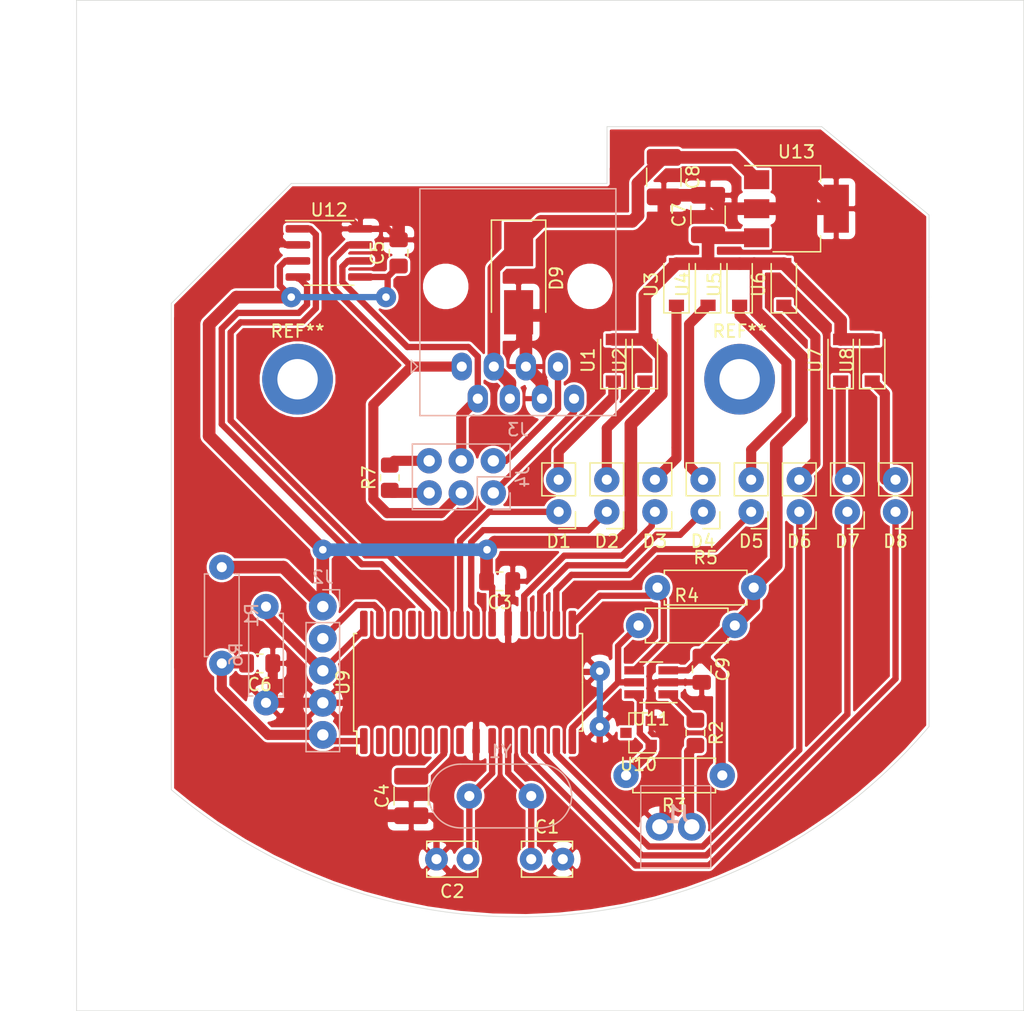
<source format=kicad_pcb>
(kicad_pcb (version 20171130) (host pcbnew 5.1.9)
  (layers (0 F.Cu signal) (31 B.Cu signal) (34 B.Paste user) (35 F.Paste user) (36 B.SilkS user) (37 F.SilkS user) (38 B.Mask user) (39 F.Mask user) (44 Edge.Cuts user))
  (net 0 "")
  (net 1 "Net-(C1-Pad1)")
  (net 2 GND)
  (net 3 "Net-(C2-Pad1)")
  (net 4 +5V)
  (net 5 "Net-(C4-Pad2)")
  (net 6 /MCLR)
  (net 7 "Net-(D1-Pad2)")
  (net 8 /N)
  (net 9 /NE)
  (net 10 "Net-(D2-Pad2)")
  (net 11 /E)
  (net 12 "Net-(D3-Pad2)")
  (net 13 /SE)
  (net 14 "Net-(D4-Pad2)")
  (net 15 "Net-(D5-Pad2)")
  (net 16 /S)
  (net 17 "Net-(D6-Pad2)")
  (net 18 /SW)
  (net 19 /W)
  (net 20 "Net-(D7-Pad2)")
  (net 21 "Net-(D8-Pad2)")
  (net 22 /NW)
  (net 23 "Net-(J1-Pad1)")
  (net 24 /PGC)
  (net 25 /PGD)
  (net 26 "Net-(J3-Pad7)")
  (net 27 "Net-(J3-Pad8)")
  (net 28 "Net-(J4-Pad5)")
  (net 29 "Net-(J4-Pad6)")
  (net 30 "Net-(R2-Pad1)")
  (net 31 "Net-(R3-Pad2)")
  (net 32 "Net-(U9-Pad2)")
  (net 33 "Net-(U9-Pad3)")
  (net 34 "Net-(U9-Pad4)")
  (net 35 "Net-(U9-Pad5)")
  (net 36 "Net-(U9-Pad7)")
  (net 37 "Net-(U9-Pad25)")
  (net 38 "Net-(U9-Pad26)")
  (net 39 /+12V)
  (net 40 /CANTX)
  (net 41 /CANRX)
  (net 42 /SCL)
  (net 43 /SDA)
  (net 44 /CANL)
  (net 45 /CANH)
  (module local:via_soldered (layer F.Cu) (at 89.19 97.98)
    (fp_text reference "" hide)
    (fp_text value "" hide)
    (pad "" thru_hole circle (at 38.31 4.52) (size 1.6 1.6) (drill 0.6) (layers *.Cu *.Mask) (net 4 +5V))
  )
  (module local:via_soldered (layer F.Cu) (at 114.5 102.5)
    (fp_text reference "" hide)
    (fp_text value "" hide)
    (pad "" thru_hole circle (at 0 0) (size 1.6 1.6) (drill 0.6) (layers *.Cu *.Mask) (net 4 +5V))
  )
  (module local:via_soldered (layer F.Cu) (at 136.43 112.114)
    (fp_text reference "" hide)
    (fp_text value "" hide)
    (pad "" thru_hole circle (at 0 0) (size 1.6 1.6) (drill 0.6) (layers *.Cu *.Mask) (net 2 GND))
  )
  (module local:via_soldered (layer F.Cu) (at 136.424305 116.506305)
    (fp_text reference "" hide)
    (fp_text value "" hide)
    (pad "" thru_hole circle (at 0 0) (size 1.6 1.6) (drill 0.6) (layers *.Cu *.Mask) (net 2 GND))
  )
  (module local:via_soldered (layer F.Cu) (at 112 82.5)
    (fp_text reference "" hide)
    (fp_text value "" hide)
    (pad "" thru_hole circle (at 0 0) (size 1.6 1.6) (drill 0.6) (layers *.Cu *.Mask) (net 4 +5V))
  )
  (module local:via_soldered (layer F.Cu) (at 119.5 82.5)
    (fp_text reference "" hide)
    (fp_text value "" hide)
    (pad "" thru_hole circle (at 0 0) (size 1.6 1.6) (drill 0.6) (layers *.Cu *.Mask) (net 4 +5V))
  )
  (module te:282834-2_1 (layer B.Cu) (at 143.716 124.433 180)
    (fp_text reference J1 (at 1.016 0.976) (layer B.SilkS) (effects (font (size 1.27 1.27) (thickness 0.254)) (justify mirror)))
    (fp_text value anemo hide)
    (pad 2 thru_hole circle (at 2.54 0 180) (size 2.2 2.2) (drill 1.2) (layers *.Cu *.Mask) (net 2 GND))
    (pad 1 thru_hole circle (at 0 0 180) (size 2.2 2.2) (drill 1.2) (layers *.Cu *.Mask) (net 23 "Net-(J1-Pad1)"))
  )
  (module Resistor_SMD:R_0805_2012Metric_Pad1.20x1.40mm_HandSolder (layer F.Cu) (at 119.8 96.8 90)
    (fp_text reference R7 (at 0 -1.65 90) (layer F.SilkS))
    (fp_text value 100)
    (pad 1 smd roundrect (at -1 0 90) (size 1.2 1.4) (layers F.Cu F.Paste F.Mask) (roundrect_rratio 0.2083325) (net 28 "Net-(J4-Pad5)"))
    (pad 2 smd roundrect (at 1 0 90) (size 1.2 1.4) (layers F.Cu F.Paste F.Mask) (roundrect_rratio 0.2083325) (net 29 "Net-(J4-Pad6)"))
  )
  (module Capacitor_SMD:C_1210_3225Metric_Pad1.33x2.70mm_HandSolder (layer F.Cu) (at 141.5 73 270)
    (fp_text reference C8 (at 0 -2.3 90) (layer F.SilkS))
    (fp_text value 10uF)
    (pad 2 smd roundrect (at 1.5625 0 270) (size 1.325 2.7) (layers F.Cu F.Paste F.Mask) (roundrect_rratio 0.1886769811320755) (net 2 GND))
    (pad 1 smd roundrect (at -1.5625 0 270) (size 1.325 2.7) (layers F.Cu F.Paste F.Mask) (roundrect_rratio 0.1886769811320755) (net 39 /+12V))
  )
  (module Diode_SMD:D_SMB_Handsoldering (layer F.Cu) (at 130 81 270)
    (fp_text reference D9 (at 0 -3 90) (layer F.SilkS))
    (fp_text value SMBJ16A)
    (pad 2 smd rect (at 2.7 0 270) (size 3.5 2.3) (layers F.Cu F.Paste F.Mask) (net 2 GND))
    (pad 1 smd rect (at -2.7 0 270) (size 3.5 2.3) (layers F.Cu F.Paste F.Mask) (net 39 /+12V))
  )
  (module Package_TO_SOT_SMD:SOT-223-3_TabPin2 (layer F.Cu) (at 152 75.5)
    (fp_text reference U13 (at 0 -4.5) (layer F.SilkS))
    (fp_text value uA7805)
    (pad 2 smd rect (at 3.15 0) (size 2 3.8) (layers F.Cu F.Paste F.Mask) (net 2 GND))
    (pad 2 smd rect (at -3.15 0) (size 2 1.5) (layers F.Cu F.Paste F.Mask) (net 2 GND))
    (pad 3 smd rect (at -3.15 2.3) (size 2 1.5) (layers F.Cu F.Paste F.Mask) (net 4 +5V))
    (pad 1 smd rect (at -3.15 -2.3) (size 2 1.5) (layers F.Cu F.Paste F.Mask) (net 39 /+12V))
  )
  (module Resistor_THT:R_Axial_DIN0207_L6.3mm_D2.5mm_P7.62mm_Horizontal (layer F.Cu) (at 141 105.5)
    (fp_text reference R5 (at 3.81 -2.37) (layer F.SilkS))
    (fp_text value 4K7)
    (pad 1 thru_hole circle (at 0 0) (size 2 2) (drill 0.8) (layers *.Cu *.Mask) (net 43 /SDA))
    (pad 2 thru_hole circle (at 7.62 0) (size 2 2) (drill 0.8) (layers *.Cu *.Mask) (net 4 +5V))
  )
  (module Resistor_SMD:R_0805_2012Metric_Pad1.20x1.40mm_HandSolder (layer F.Cu) (at 144 117 270)
    (fp_text reference R2 (at 0 -1.65 90) (layer F.SilkS))
    (fp_text value 1K74)
    (pad 2 smd roundrect (at 1 0 270) (size 1.2 1.4) (layers F.Cu F.Paste F.Mask) (roundrect_rratio 0.2083325) (net 23 "Net-(J1-Pad1)"))
    (pad 1 smd roundrect (at -1 0 270) (size 1.2 1.4) (layers F.Cu F.Paste F.Mask) (roundrect_rratio 0.2083325) (net 30 "Net-(R2-Pad1)"))
  )
  (module Capacitor_SMD:C_0805_2012Metric_Pad1.18x1.45mm_HandSolder (layer F.Cu) (at 144.5 111.9625 270)
    (fp_text reference C9 (at 0 -1.68 90) (layer F.SilkS))
    (fp_text value 100nF)
    (pad 2 smd roundrect (at 1.0375 0 270) (size 1.175 1.45) (layers F.Cu F.Paste F.Mask) (roundrect_rratio 0.2127659574468085) (net 2 GND))
    (pad 1 smd roundrect (at -1.0375 0 270) (size 1.175 1.45) (layers F.Cu F.Paste F.Mask) (roundrect_rratio 0.2127659574468085) (net 4 +5V))
  )
  (module Connector_PinHeader_2.54mm:PinHeader_1x05_P2.54mm_Vertical (layer B.Cu) (at 114.5 107 180)
    (fp_text reference J2 (at 0 2.33) (layer B.SilkS) (effects (justify mirror)))
    (fp_text value Conn_01x05_Male)
    (pad 5 thru_hole circle (at 0 -10.16 180) (size 2.2 2.2) (drill 0.9) (layers *.Cu *.Mask) (net 6 /MCLR))
    (pad 4 thru_hole circle (at 0 -7.62 180) (size 2.2 2.2) (drill 0.9) (layers *.Cu *.Mask) (net 2 GND))
    (pad 3 thru_hole circle (at 0 -5.08 180) (size 2.2 2.2) (drill 0.9) (layers *.Cu *.Mask) (net 25 /PGD))
    (pad 2 thru_hole circle (at 0 -2.54 180) (size 2.2 2.2) (drill 0.9) (layers *.Cu *.Mask) (net 24 /PGC))
    (pad 1 thru_hole circle (at 0 0 180) (size 2.2 2.2) (drill 0.9) (layers *.Cu *.Mask) (net 4 +5V))
  )
  (module MountingHole:MountingHole_3.2mm_M3_DIN965_Pad (layer F.Cu) (at 147.5 89)
    (fp_text reference REF** (at 0 -3.8) (layer F.SilkS))
    (fp_text value MountingHole_3.2mm_M3_DIN965_Pad)
    (pad 1 thru_hole circle (at 0 0) (size 5.6 5.6) (drill 3.2) (layers *.Cu *.Mask))
  )
  (module MountingHole:MountingHole_3.2mm_M3_DIN965_Pad (layer F.Cu) (at 112.5 89)
    (fp_text reference REF** (at 0 -3.8) (layer F.SilkS))
    (fp_text value MountingHole_3.2mm_M3_DIN965_Pad)
    (pad 1 thru_hole circle (at 0 0) (size 5.6 5.6) (drill 3.2) (layers *.Cu *.Mask))
  )
  (module Capacitor_THT:C_Disc_D3.8mm_W2.6mm_P2.50mm (layer F.Cu) (at 131 127)
    (fp_text reference C1 (at 1.25 -2.55) (layer F.SilkS))
    (fp_text value 22pF)
    (pad 1 thru_hole circle (at 0 0) (size 1.8 1.8) (drill 0.8) (layers *.Cu *.Mask) (net 1 "Net-(C1-Pad1)"))
    (pad 2 thru_hole circle (at 2.5 0) (size 1.8 1.8) (drill 0.8) (layers *.Cu *.Mask) (net 2 GND))
  )
  (module Capacitor_THT:C_Disc_D3.8mm_W2.6mm_P2.50mm (layer F.Cu) (at 126 127 180)
    (fp_text reference C2 (at 1.25 -2.55) (layer F.SilkS))
    (fp_text value 22pF)
    (pad 2 thru_hole circle (at 2.5 0 180) (size 1.8 1.8) (drill 0.8) (layers *.Cu *.Mask) (net 2 GND))
    (pad 1 thru_hole circle (at 0 0 180) (size 1.8 1.8) (drill 0.8) (layers *.Cu *.Mask) (net 3 "Net-(C2-Pad1)"))
  )
  (module Capacitor_SMD:C_0805_2012Metric_Pad1.18x1.45mm_HandSolder (layer F.Cu) (at 128.5 105 180)
    (fp_text reference C3 (at 0 -1.68) (layer F.SilkS))
    (fp_text value 100nF)
    (pad 2 smd roundrect (at 1.0375 0 180) (size 1.175 1.45) (layers F.Cu F.Paste F.Mask) (roundrect_rratio 0.2127659574468085) (net 4 +5V))
    (pad 1 smd roundrect (at -1.0375 0 180) (size 1.175 1.45) (layers F.Cu F.Paste F.Mask) (roundrect_rratio 0.2127659574468085) (net 2 GND))
  )
  (module Capacitor_SMD:C_1210_3225Metric_Pad1.33x2.70mm_HandSolder (layer F.Cu) (at 121.5 122 90)
    (fp_text reference C4 (at 0 -2.3 90) (layer F.SilkS))
    (fp_text value 10uF)
    (pad 1 smd roundrect (at -1.5625 0 90) (size 1.325 2.7) (layers F.Cu F.Paste F.Mask) (roundrect_rratio 0.1886769811320755) (net 2 GND))
    (pad 2 smd roundrect (at 1.5625 0 90) (size 1.325 2.7) (layers F.Cu F.Paste F.Mask) (roundrect_rratio 0.1886769811320755) (net 5 "Net-(C4-Pad2)"))
  )
  (module Capacitor_SMD:C_0805_2012Metric_Pad1.18x1.45mm_HandSolder (layer F.Cu) (at 120.5 79 90)
    (fp_text reference C5 (at 0 -1.68 90) (layer F.SilkS))
    (fp_text value 100nF)
    (pad 1 smd roundrect (at -1.0375 0 90) (size 1.175 1.45) (layers F.Cu F.Paste F.Mask) (roundrect_rratio 0.2127659574468085) (net 4 +5V))
    (pad 2 smd roundrect (at 1.0375 0 90) (size 1.175 1.45) (layers F.Cu F.Paste F.Mask) (roundrect_rratio 0.2127659574468085) (net 2 GND))
  )
  (module Capacitor_SMD:C_0805_2012Metric_Pad1.18x1.45mm_HandSolder (layer F.Cu) (at 109.5 111.5 180)
    (fp_text reference C6 (at 0 -1.68) (layer F.SilkS))
    (fp_text value 100nF)
    (pad 1 smd roundrect (at -1.0375 0 180) (size 1.175 1.45) (layers F.Cu F.Paste F.Mask) (roundrect_rratio 0.2127659574468085) (net 2 GND))
    (pad 2 smd roundrect (at 1.0375 0 180) (size 1.175 1.45) (layers F.Cu F.Paste F.Mask) (roundrect_rratio 0.2127659574468085) (net 6 /MCLR))
  )
  (module Capacitor_SMD:C_1210_3225Metric_Pad1.33x2.70mm_HandSolder (layer F.Cu) (at 145 76 90)
    (fp_text reference C7 (at 0 -2.3 90) (layer F.SilkS))
    (fp_text value 10uF)
    (pad 1 smd roundrect (at -1.5625 0 90) (size 1.325 2.7) (layers F.Cu F.Paste F.Mask) (roundrect_rratio 0.1886769811320755) (net 4 +5V))
    (pad 2 smd roundrect (at 1.5625 0 90) (size 1.325 2.7) (layers F.Cu F.Paste F.Mask) (roundrect_rratio 0.1886769811320755) (net 2 GND))
  )
  (module Connector_PinHeader_2.54mm:PinHeader_1x02_P2.54mm_Vertical (layer F.Cu) (at 133.175 99.5 180)
    (fp_text reference D1 (at 0 -2.33) (layer F.SilkS))
    (fp_text value N)
    (pad 2 thru_hole circle (at 0 2.54 180) (size 2 2) (drill 0.8) (layers *.Cu *.Mask) (net 7 "Net-(D1-Pad2)"))
    (pad 1 thru_hole circle (at 0 0 180) (size 2 2) (drill 0.8) (layers *.Cu *.Mask) (net 8 /N))
  )
  (module Connector_PinHeader_2.54mm:PinHeader_1x02_P2.54mm_Vertical (layer F.Cu) (at 136.985 99.5 180)
    (fp_text reference D2 (at 0 -2.33) (layer F.SilkS))
    (fp_text value NE)
    (pad 1 thru_hole circle (at 0 0 180) (size 2 2) (drill 0.8) (layers *.Cu *.Mask) (net 9 /NE))
    (pad 2 thru_hole circle (at 0 2.54 180) (size 2 2) (drill 0.8) (layers *.Cu *.Mask) (net 10 "Net-(D2-Pad2)"))
  )
  (module Connector_PinHeader_2.54mm:PinHeader_1x02_P2.54mm_Vertical (layer F.Cu) (at 140.795 99.5 180)
    (fp_text reference D3 (at 0 -2.33) (layer F.SilkS))
    (fp_text value E)
    (pad 1 thru_hole circle (at 0 0 180) (size 2 2) (drill 0.8) (layers *.Cu *.Mask) (net 11 /E))
    (pad 2 thru_hole circle (at 0 2.54 180) (size 2 2) (drill 0.8) (layers *.Cu *.Mask) (net 12 "Net-(D3-Pad2)"))
  )
  (module Connector_PinHeader_2.54mm:PinHeader_1x02_P2.54mm_Vertical (layer F.Cu) (at 144.605 99.5 180)
    (fp_text reference D4 (at 0 -2.33) (layer F.SilkS))
    (fp_text value SE)
    (pad 1 thru_hole circle (at 0 0 180) (size 2 2) (drill 0.8) (layers *.Cu *.Mask) (net 13 /SE))
    (pad 2 thru_hole circle (at 0 2.54 180) (size 2 2) (drill 0.8) (layers *.Cu *.Mask) (net 14 "Net-(D4-Pad2)"))
  )
  (module Connector_PinHeader_2.54mm:PinHeader_1x02_P2.54mm_Vertical (layer F.Cu) (at 148.415 99.5 180)
    (fp_text reference D5 (at 0 -2.33) (layer F.SilkS))
    (fp_text value S)
    (pad 2 thru_hole circle (at 0 2.54 180) (size 2 2) (drill 0.8) (layers *.Cu *.Mask) (net 15 "Net-(D5-Pad2)"))
    (pad 1 thru_hole circle (at 0 0 180) (size 2 2) (drill 0.8) (layers *.Cu *.Mask) (net 16 /S))
  )
  (module Connector_PinHeader_2.54mm:PinHeader_1x02_P2.54mm_Vertical (layer F.Cu) (at 152.225 99.5 180)
    (fp_text reference D6 (at 0 -2.33) (layer F.SilkS))
    (fp_text value SW)
    (pad 2 thru_hole circle (at 0 2.54 180) (size 2 2) (drill 0.8) (layers *.Cu *.Mask) (net 17 "Net-(D6-Pad2)"))
    (pad 1 thru_hole circle (at 0 0 180) (size 2 2) (drill 0.8) (layers *.Cu *.Mask) (net 18 /SW))
  )
  (module Connector_PinHeader_2.54mm:PinHeader_1x02_P2.54mm_Vertical (layer F.Cu) (at 156.035 99.5 180)
    (fp_text reference D7 (at 0 -2.33) (layer F.SilkS))
    (fp_text value W)
    (pad 1 thru_hole circle (at 0 0 180) (size 2 2) (drill 0.8) (layers *.Cu *.Mask) (net 19 /W))
    (pad 2 thru_hole circle (at 0 2.54 180) (size 2 2) (drill 0.8) (layers *.Cu *.Mask) (net 20 "Net-(D7-Pad2)"))
  )
  (module Connector_PinHeader_2.54mm:PinHeader_1x02_P2.54mm_Vertical (layer F.Cu) (at 159.845 99.5 180)
    (fp_text reference D8 (at 0 -2.33) (layer F.SilkS))
    (fp_text value NW)
    (pad 2 thru_hole circle (at 0 2.54 180) (size 2 2) (drill 0.8) (layers *.Cu *.Mask) (net 21 "Net-(D8-Pad2)"))
    (pad 1 thru_hole circle (at 0 0 180) (size 2 2) (drill 0.8) (layers *.Cu *.Mask) (net 22 /NW))
  )
  (module Connector_RJ:RJ45_Amphenol_54602-x08_Horizontal (layer B.Cu) (at 125.5 88)
    (fp_text reference J3 (at 4.445 5) (layer B.SilkS) (effects (justify mirror)))
    (fp_text value RJ45)
    (pad 8 thru_hole oval (at 8.89 2.54) (size 1.6 2.2) (drill 0.8) (layers *.Cu *.Mask) (net 27 "Net-(J3-Pad8)"))
    (pad 7 thru_hole oval (at 7.62 0) (size 1.6 2.2) (drill 0.8) (layers *.Cu *.Mask) (net 26 "Net-(J3-Pad7)"))
    (pad 6 thru_hole oval (at 6.35 2.54) (size 1.6 2.2) (drill 0.8) (layers *.Cu *.Mask) (net 2 GND))
    (pad 5 thru_hole oval (at 5.08 0) (size 1.6 2.2) (drill 0.8) (layers *.Cu *.Mask) (net 2 GND))
    (pad 4 thru_hole oval (at 3.81 2.54) (size 1.6 2.2) (drill 0.8) (layers *.Cu *.Mask) (net 39 /+12V))
    (pad 3 thru_hole oval (at 2.54 0) (size 1.6 2.2) (drill 0.8) (layers *.Cu *.Mask) (net 39 /+12V))
    (pad 2 thru_hole oval (at 1.27 2.54) (size 1.6 2.2) (drill 0.8) (layers *.Cu *.Mask) (net 44 /CANL))
    (pad 1 thru_hole oval (at 0 0) (size 1.6 2.2) (drill 0.8) (layers *.Cu *.Mask) (net 45 /CANH))
    (pad "" np_thru_hole circle (at -1.27 -6.35) (size 3.2 3.2) (drill 3.2) (layers *.Cu *.Mask))
    (pad "" np_thru_hole circle (at 10.16 -6.35) (size 3.2 3.2) (drill 3.2) (layers *.Cu *.Mask))
  )
  (module Connector_PinHeader_2.54mm:PinHeader_2x03_P2.54mm_Vertical (layer B.Cu) (at 128 98 90)
    (fp_text reference J4 (at 1.27 2.33 90) (layer B.SilkS) (effects (justify mirror)))
    (fp_text value Term_sel)
    (pad 1 thru_hole circle (at 0 0 90) (size 2 2) (drill 0.9) (layers *.Cu *.Mask) (net 27 "Net-(J3-Pad8)"))
    (pad 2 thru_hole circle (at 2.54 0 90) (size 2 2) (drill 0.9) (layers *.Cu *.Mask) (net 26 "Net-(J3-Pad7)"))
    (pad 3 thru_hole circle (at 0 -2.54 90) (size 2 2) (drill 0.9) (layers *.Cu *.Mask) (net 45 /CANH))
    (pad 4 thru_hole circle (at 2.54 -2.54 90) (size 2 2) (drill 0.9) (layers *.Cu *.Mask) (net 44 /CANL))
    (pad 5 thru_hole circle (at 0 -5.08 90) (size 2 2) (drill 0.9) (layers *.Cu *.Mask) (net 28 "Net-(J4-Pad5)"))
    (pad 6 thru_hole circle (at 2.54 -5.08 90) (size 2 2) (drill 0.9) (layers *.Cu *.Mask) (net 29 "Net-(J4-Pad6)"))
  )
  (module Resistor_THT:R_Axial_DIN0207_L6.3mm_D2.5mm_P7.62mm_Horizontal (layer B.Cu) (at 106.5 111.5 90)
    (fp_text reference R1 (at 3.81 2.37 270) (layer B.SilkS) (effects (justify mirror)))
    (fp_text value 10K)
    (pad 1 thru_hole circle (at 0 0 90) (size 2 2) (drill 0.8) (layers *.Cu *.Mask) (net 6 /MCLR))
    (pad 2 thru_hole circle (at 7.62 0 90) (size 2 2) (drill 0.8) (layers *.Cu *.Mask) (net 4 +5V))
  )
  (module Resistor_THT:R_Axial_DIN0207_L6.3mm_D2.5mm_P7.62mm_Horizontal (layer F.Cu) (at 146.129 120.369 180)
    (fp_text reference R3 (at 3.81 -2.37) (layer F.SilkS))
    (fp_text value 4K7)
    (pad 1 thru_hole circle (at 0 0 180) (size 2 2) (drill 0.8) (layers *.Cu *.Mask) (net 4 +5V))
    (pad 2 thru_hole circle (at 7.62 0 180) (size 2 2) (drill 0.8) (layers *.Cu *.Mask) (net 31 "Net-(R3-Pad2)"))
  )
  (module Resistor_THT:R_Axial_DIN0207_L6.3mm_D2.5mm_P7.62mm_Horizontal (layer F.Cu) (at 139.5 108.5)
    (fp_text reference R4 (at 3.81 -2.37) (layer F.SilkS))
    (fp_text value 4K7)
    (pad 2 thru_hole circle (at 7.62 0) (size 2 2) (drill 0.8) (layers *.Cu *.Mask) (net 4 +5V))
    (pad 1 thru_hole circle (at 0 0) (size 2 2) (drill 0.8) (layers *.Cu *.Mask) (net 42 /SCL))
  )
  (module Resistor_THT:R_Axial_DIN0207_L6.3mm_D2.5mm_P7.62mm_Horizontal (layer B.Cu) (at 110 107 270)
    (fp_text reference R6 (at 3.81 2.37 270) (layer B.SilkS) (effects (justify mirror)))
    (fp_text value 10K)
    (pad 2 thru_hole circle (at 7.62 0 270) (size 2 2) (drill 0.8) (layers *.Cu *.Mask) (net 2 GND))
    (pad 1 thru_hole circle (at 0 0 270) (size 2 2) (drill 0.8) (layers *.Cu *.Mask) (net 25 /PGD))
  )
  (module Diode_SMD:D_SOD-123 (layer F.Cu) (at 137.5 87.5 90)
    (fp_text reference U1 (at 0 -2 90) (layer F.SilkS))
    (fp_text value NSI45020T1G)
    (pad 1 smd rect (at -1.65 0 90) (size 0.9 1.2) (layers F.Cu F.Paste F.Mask) (net 7 "Net-(D1-Pad2)"))
    (pad 2 smd rect (at 1.65 0 90) (size 0.9 1.2) (layers F.Cu F.Paste F.Mask) (net 4 +5V))
  )
  (module Diode_SMD:D_SOD-123 (layer F.Cu) (at 140 87.5 90)
    (fp_text reference U2 (at 0 -2 90) (layer F.SilkS))
    (fp_text value NSI45020T1G)
    (pad 2 smd rect (at 1.65 0 90) (size 0.9 1.2) (layers F.Cu F.Paste F.Mask) (net 4 +5V))
    (pad 1 smd rect (at -1.65 0 90) (size 0.9 1.2) (layers F.Cu F.Paste F.Mask) (net 10 "Net-(D2-Pad2)"))
  )
  (module Diode_SMD:D_SOD-123 (layer F.Cu) (at 142.5 81.5 90)
    (fp_text reference U3 (at 0 -2 90) (layer F.SilkS))
    (fp_text value NSI45020T1G)
    (pad 1 smd rect (at -1.65 0 90) (size 0.9 1.2) (layers F.Cu F.Paste F.Mask) (net 12 "Net-(D3-Pad2)"))
    (pad 2 smd rect (at 1.65 0 90) (size 0.9 1.2) (layers F.Cu F.Paste F.Mask) (net 4 +5V))
  )
  (module Diode_SMD:D_SOD-123 (layer F.Cu) (at 145 81.5 90)
    (fp_text reference U4 (at 0 -2 90) (layer F.SilkS))
    (fp_text value NSI45020T1G)
    (pad 2 smd rect (at 1.65 0 90) (size 0.9 1.2) (layers F.Cu F.Paste F.Mask) (net 4 +5V))
    (pad 1 smd rect (at -1.65 0 90) (size 0.9 1.2) (layers F.Cu F.Paste F.Mask) (net 14 "Net-(D4-Pad2)"))
  )
  (module Diode_SMD:D_SOD-123 (layer F.Cu) (at 147.5 81.5 90)
    (fp_text reference U5 (at 0 -2 90) (layer F.SilkS))
    (fp_text value NSI45020T1G)
    (pad 1 smd rect (at -1.65 0 90) (size 0.9 1.2) (layers F.Cu F.Paste F.Mask) (net 15 "Net-(D5-Pad2)"))
    (pad 2 smd rect (at 1.65 0 90) (size 0.9 1.2) (layers F.Cu F.Paste F.Mask) (net 4 +5V))
  )
  (module Diode_SMD:D_SOD-123 (layer F.Cu) (at 151 81.5 90)
    (fp_text reference U6 (at 0 -2 90) (layer F.SilkS))
    (fp_text value NSI45020T1G)
    (pad 2 smd rect (at 1.65 0 90) (size 0.9 1.2) (layers F.Cu F.Paste F.Mask) (net 4 +5V))
    (pad 1 smd rect (at -1.65 0 90) (size 0.9 1.2) (layers F.Cu F.Paste F.Mask) (net 17 "Net-(D6-Pad2)"))
  )
  (module Diode_SMD:D_SOD-123 (layer F.Cu) (at 155.5 87.5 90)
    (fp_text reference U7 (at 0 -2 90) (layer F.SilkS))
    (fp_text value NSI45020T1G)
    (pad 1 smd rect (at -1.65 0 90) (size 0.9 1.2) (layers F.Cu F.Paste F.Mask) (net 20 "Net-(D7-Pad2)"))
    (pad 2 smd rect (at 1.65 0 90) (size 0.9 1.2) (layers F.Cu F.Paste F.Mask) (net 4 +5V))
  )
  (module Diode_SMD:D_SOD-123 (layer F.Cu) (at 158 87.5 90)
    (fp_text reference U8 (at 0 -2 90) (layer F.SilkS))
    (fp_text value NSI45020T1G)
    (pad 2 smd rect (at 1.65 0 90) (size 0.9 1.2) (layers F.Cu F.Paste F.Mask) (net 4 +5V))
    (pad 1 smd rect (at -1.65 0 90) (size 0.9 1.2) (layers F.Cu F.Paste F.Mask) (net 21 "Net-(D8-Pad2)"))
  )
  (module Package_SO:SOIC-28W_7.5x17.9mm_P1.27mm (layer F.Cu) (at 126 113 90)
    (fp_text reference U9 (at 0 -9.9 90) (layer F.SilkS))
    (fp_text value PIC18F26K80_ISS)
    (pad 1 smd roundrect (at -4.65 -8.255 90) (size 2.05 0.6) (layers F.Cu F.Paste F.Mask) (net 6 /MCLR))
    (pad 2 smd roundrect (at -4.65 -6.985 90) (size 2.05 0.6) (layers F.Cu F.Paste F.Mask) (net 32 "Net-(U9-Pad2)"))
    (pad 3 smd roundrect (at -4.65 -5.715 90) (size 2.05 0.6) (layers F.Cu F.Paste F.Mask) (net 33 "Net-(U9-Pad3)"))
    (pad 4 smd roundrect (at -4.65 -4.445 90) (size 2.05 0.6) (layers F.Cu F.Paste F.Mask) (net 34 "Net-(U9-Pad4)"))
    (pad 5 smd roundrect (at -4.65 -3.175 90) (size 2.05 0.6) (layers F.Cu F.Paste F.Mask) (net 35 "Net-(U9-Pad5)"))
    (pad 6 smd roundrect (at -4.65 -1.905 90) (size 2.05 0.6) (layers F.Cu F.Paste F.Mask) (net 5 "Net-(C4-Pad2)"))
    (pad 7 smd roundrect (at -4.65 -0.635 90) (size 2.05 0.6) (layers F.Cu F.Paste F.Mask) (net 36 "Net-(U9-Pad7)"))
    (pad 8 smd roundrect (at -4.65 0.635 90) (size 2.05 0.6) (layers F.Cu F.Paste F.Mask) (net 2 GND))
    (pad 9 smd roundrect (at -4.65 1.905 90) (size 2.05 0.6) (layers F.Cu F.Paste F.Mask) (net 3 "Net-(C2-Pad1)"))
    (pad 10 smd roundrect (at -4.65 3.175 90) (size 2.05 0.6) (layers F.Cu F.Paste F.Mask) (net 1 "Net-(C1-Pad1)"))
    (pad 11 smd roundrect (at -4.65 4.445 90) (size 2.05 0.6) (layers F.Cu F.Paste F.Mask) (net 22 /NW))
    (pad 12 smd roundrect (at -4.65 5.715 90) (size 2.05 0.6) (layers F.Cu F.Paste F.Mask) (net 19 /W))
    (pad 13 smd roundrect (at -4.65 6.985 90) (size 2.05 0.6) (layers F.Cu F.Paste F.Mask) (net 18 /SW))
    (pad 14 smd roundrect (at -4.65 8.255 90) (size 2.05 0.6) (layers F.Cu F.Paste F.Mask) (net 42 /SCL))
    (pad 15 smd roundrect (at 4.65 8.255 90) (size 2.05 0.6) (layers F.Cu F.Paste F.Mask) (net 43 /SDA))
    (pad 16 smd roundrect (at 4.65 6.985 90) (size 2.05 0.6) (layers F.Cu F.Paste F.Mask) (net 16 /S))
    (pad 17 smd roundrect (at 4.65 5.715 90) (size 2.05 0.6) (layers F.Cu F.Paste F.Mask) (net 13 /SE))
    (pad 18 smd roundrect (at 4.65 4.445 90) (size 2.05 0.6) (layers F.Cu F.Paste F.Mask) (net 11 /E))
    (pad 19 smd roundrect (at 4.65 3.175 90) (size 2.05 0.6) (layers F.Cu F.Paste F.Mask) (net 2 GND))
    (pad 20 smd roundrect (at 4.65 1.905 90) (size 2.05 0.6) (layers F.Cu F.Paste F.Mask) (net 4 +5V))
    (pad 21 smd roundrect (at 4.65 0.635 90) (size 2.05 0.6) (layers F.Cu F.Paste F.Mask) (net 9 /NE))
    (pad 22 smd roundrect (at 4.65 -0.635 90) (size 2.05 0.6) (layers F.Cu F.Paste F.Mask) (net 8 /N))
    (pad 23 smd roundrect (at 4.65 -1.905 90) (size 2.05 0.6) (layers F.Cu F.Paste F.Mask) (net 40 /CANTX))
    (pad 24 smd roundrect (at 4.65 -3.175 90) (size 2.05 0.6) (layers F.Cu F.Paste F.Mask) (net 41 /CANRX))
    (pad 25 smd roundrect (at 4.65 -4.445 90) (size 2.05 0.6) (layers F.Cu F.Paste F.Mask) (net 37 "Net-(U9-Pad25)"))
    (pad 26 smd roundrect (at 4.65 -5.715 90) (size 2.05 0.6) (layers F.Cu F.Paste F.Mask) (net 38 "Net-(U9-Pad26)"))
    (pad 27 smd roundrect (at 4.65 -6.985 90) (size 2.05 0.6) (layers F.Cu F.Paste F.Mask) (net 24 /PGC))
    (pad 28 smd roundrect (at 4.65 -8.255 90) (size 2.05 0.6) (layers F.Cu F.Paste F.Mask) (net 25 /PGD))
  )
  (module Package_TO_SOT_SMD:SOT-23 (layer F.Cu) (at 139.5 117 180)
    (fp_text reference U10 (at 0 -2.5) (layer F.SilkS))
    (fp_text value LM4040DBZ-2.0)
    (pad 3 smd rect (at 1 0 180) (size 0.9 0.8) (layers F.Cu F.Paste F.Mask))
    (pad 2 smd rect (at -1 0.95 180) (size 0.9 0.8) (layers F.Cu F.Paste F.Mask) (net 2 GND))
    (pad 1 smd rect (at -1 -0.95 180) (size 0.9 0.8) (layers F.Cu F.Paste F.Mask) (net 31 "Net-(R3-Pad2)"))
  )
  (module Package_TO_SOT_SMD:SOT-23-6_Handsoldering (layer F.Cu) (at 140.5 113 180)
    (fp_text reference U11 (at 0 -2.9) (layer F.SilkS))
    (fp_text value MCP4706)
    (pad 1 smd rect (at -1.35 -0.95 180) (size 1.56 0.65) (layers F.Cu F.Paste F.Mask) (net 30 "Net-(R2-Pad1)"))
    (pad 2 smd rect (at -1.35 0 180) (size 1.56 0.65) (layers F.Cu F.Paste F.Mask) (net 2 GND))
    (pad 3 smd rect (at -1.35 0.95 180) (size 1.56 0.65) (layers F.Cu F.Paste F.Mask) (net 4 +5V))
    (pad 4 smd rect (at 1.35 0.95 180) (size 1.56 0.65) (layers F.Cu F.Paste F.Mask) (net 43 /SDA))
    (pad 6 smd rect (at 1.35 -0.95 180) (size 1.56 0.65) (layers F.Cu F.Paste F.Mask) (net 31 "Net-(R3-Pad2)"))
    (pad 5 smd rect (at 1.35 0 180) (size 1.56 0.65) (layers F.Cu F.Paste F.Mask) (net 42 /SCL))
  )
  (module Package_SO:SOIC-8_3.9x4.9mm_P1.27mm (layer F.Cu) (at 115 79)
    (fp_text reference U12 (at 0 -3.4) (layer F.SilkS))
    (fp_text value MCP2542FDxMF)
    (pad 1 smd roundrect (at -2.475 -1.905) (size 1.95 0.6) (layers F.Cu F.Paste F.Mask) (net 40 /CANTX))
    (pad 2 smd roundrect (at -2.475 -0.635) (size 1.95 0.6) (layers F.Cu F.Paste F.Mask) (net 2 GND))
    (pad 3 smd roundrect (at -2.475 0.635) (size 1.95 0.6) (layers F.Cu F.Paste F.Mask) (net 4 +5V))
    (pad 4 smd roundrect (at -2.475 1.905) (size 1.95 0.6) (layers F.Cu F.Paste F.Mask) (net 41 /CANRX))
    (pad 5 smd roundrect (at 2.475 1.905) (size 1.95 0.6) (layers F.Cu F.Paste F.Mask) (net 4 +5V))
    (pad 6 smd roundrect (at 2.475 0.635) (size 1.95 0.6) (layers F.Cu F.Paste F.Mask) (net 44 /CANL))
    (pad 7 smd roundrect (at 2.475 -0.635) (size 1.95 0.6) (layers F.Cu F.Paste F.Mask) (net 45 /CANH))
    (pad 8 smd roundrect (at 2.475 -1.905) (size 1.95 0.6) (layers F.Cu F.Paste F.Mask) (net 2 GND))
  )
  (module Crystal:Crystal_HC18-U_Vertical (layer B.Cu) (at 131 122 180)
    (fp_text reference Y1 (at 2.45 3.525) (layer B.SilkS) (effects (justify mirror)))
    (fp_text value 10Mhz)
    (pad 1 thru_hole circle (at 0 0 180) (size 2 2) (drill 0.8) (layers *.Cu *.Mask) (net 1 "Net-(C1-Pad1)"))
    (pad 2 thru_hole circle (at 4.9 0 180) (size 2 2) (drill 0.8) (layers *.Cu *.Mask) (net 3 "Net-(C2-Pad1)"))
  )
  (gr_line (start 170 139) (end 170 69) (layer Edge.Cuts) (width 0.05))
  (gr_line (start 95 139) (end 170 139) (layer Edge.Cuts) (width 0.05))
  (gr_line (start 95 59) (end 95 139) (layer Edge.Cuts) (width 0.05))
  (gr_line (start 170 59) (end 95 59) (layer Edge.Cuts) (width 0.05))
  (gr_line (start 170 69) (end 170 59) (layer Edge.Cuts) (width 0.05))
  (gr_line (start 154 69) (end 162.5 76) (layer Edge.Cuts) (width 0.05))
  (gr_line (start 137 69) (end 154 69) (layer Edge.Cuts) (width 0.05))
  (gr_line (start 137 73.5) (end 137 69) (layer Edge.Cuts) (width 0.05))
  (gr_line (start 112 73.5) (end 137 73.5) (layer Edge.Cuts) (width 0.05))
  (gr_line (start 102.5 83) (end 112 73.5) (layer Edge.Cuts) (width 0.05))
  (gr_line (start 162.5 82.5) (end 162.5 76) (layer Edge.Cuts) (width 0.05))
  (gr_arc (start 130 89) (end 102.500001 121.499999) (angle -90) (layer Edge.Cuts) (width 0.05))
  (gr_line (start 102.5 83) (end 102.5 121.5) (layer Edge.Cuts) (width 0.05))
  (gr_line (start 162.5 116.5) (end 162.5 82.5) (layer Edge.Cuts) (width 0.05))
  (segment (start 129.175 120.175) (end 131 122) (width 0.5) (layer F.Cu) (net 1))
  (segment (start 129.175 117.65) (end 129.175 120.175) (width 0.5) (layer F.Cu) (net 1))
  (segment (start 131 122) (end 131 127) (width 0.5) (layer F.Cu) (net 1))
  (segment (start 131.85 89.27) (end 130.58 88) (width 1) (layer F.Cu) (net 2))
  (segment (start 131.85 90.54) (end 131.85 89.27) (width 1) (layer F.Cu) (net 2))
  (segment (start 119.6325 77.095) (end 120.5 77.9625) (width 0.5) (layer F.Cu) (net 2))
  (segment (start 117.475 77.095) (end 119.6325 77.095) (width 0.5) (layer F.Cu) (net 2))
  (segment (start 111.55 78.365) (end 112.525 78.365) (width 0.5) (layer F.Cu) (net 2))
  (segment (start 111.09999 77.91499) (end 111.55 78.365) (width 0.5) (layer F.Cu) (net 2))
  (segment (start 111.09999 76.696466) (end 111.09999 77.91499) (width 0.5) (layer F.Cu) (net 2))
  (segment (start 111.451466 76.34499) (end 111.09999 76.696466) (width 0.5) (layer F.Cu) (net 2))
  (segment (start 116.72499 76.34499) (end 111.451466 76.34499) (width 0.5) (layer F.Cu) (net 2))
  (segment (start 117.475 77.095) (end 116.72499 76.34499) (width 0.5) (layer F.Cu) (net 2))
  (segment (start 114.5 114.62) (end 110 114.62) (width 0.8) (layer F.Cu) (net 2))
  (segment (start 110.5375 114.0825) (end 110 114.62) (width 0.8) (layer F.Cu) (net 2))
  (segment (start 110.5375 111.5) (end 110.5375 114.0825) (width 0.8) (layer F.Cu) (net 2))
  (segment (start 126.635 117.046456) (end 126.635 117.65) (width 0.5) (layer F.Cu) (net 2))
  (segment (start 126.635 114.715) (end 129.175 112.175) (width 0.5) (layer F.Cu) (net 2))
  (segment (start 126.635 117.65) (end 126.635 114.715) (width 0.5) (layer F.Cu) (net 2))
  (segment (start 129.175 108.35) (end 129.175 112.175) (width 0.5) (layer F.Cu) (net 2))
  (segment (start 126.54 114.62) (end 126.635 114.715) (width 0.5) (layer F.Cu) (net 2))
  (segment (start 114.5 114.62) (end 126.54 114.62) (width 0.5) (layer F.Cu) (net 2))
  (segment (start 123.0625 123.5625) (end 123.5 124) (width 0.5) (layer F.Cu) (net 2))
  (segment (start 121.5 123.5625) (end 123.0625 123.5625) (width 0.5) (layer F.Cu) (net 2))
  (segment (start 123.5 124) (end 123.5 127) (width 0.5) (layer F.Cu) (net 2))
  (segment (start 129.175 105.3625) (end 129.5375 105) (width 0.5) (layer F.Cu) (net 2))
  (segment (start 129.175 108.35) (end 129.175 105.3625) (width 0.5) (layer F.Cu) (net 2))
  (segment (start 140.5 113.384998) (end 140.5 116.05) (width 0.5) (layer F.Cu) (net 2))
  (segment (start 140.884998 113) (end 140.5 113.384998) (width 0.5) (layer F.Cu) (net 2))
  (segment (start 141.85 113) (end 140.884998 113) (width 0.5) (layer F.Cu) (net 2))
  (segment (start 141.85 113) (end 144.5 113) (width 0.5) (layer F.Cu) (net 2))
  (segment (start 141.550001 123.909999) (end 141.46 124) (width 0.8) (layer F.Cu) (net 2))
  (segment (start 140.530002 116.05) (end 141.550001 117.069999) (width 0.8) (layer F.Cu) (net 2))
  (segment (start 140.5 116.05) (end 140.530002 116.05) (width 0.8) (layer F.Cu) (net 2))
  (segment (start 103.22501 111.76866) (end 103.22501 84.217892) (width 1) (layer F.Cu) (net 2))
  (segment (start 121.5 123.5625) (end 115.01885 123.5625) (width 1) (layer F.Cu) (net 2))
  (segment (start 115.01885 123.5625) (end 103.22501 111.76866) (width 1) (layer F.Cu) (net 2))
  (segment (start 148.85 75.5) (end 155.15 75.5) (width 1) (layer F.Cu) (net 2))
  (segment (start 119.971451 74.971451) (end 120.5 75.5) (width 1) (layer F.Cu) (net 2))
  (segment (start 112.471451 74.971451) (end 119.971451 74.971451) (width 1) (layer F.Cu) (net 2))
  (segment (start 120.5 77.9625) (end 120.5 75.5) (width 1) (layer F.Cu) (net 2))
  (segment (start 103.22501 84.217892) (end 112.471451 74.971451) (width 1) (layer F.Cu) (net 2))
  (segment (start 146.0625 75.5) (end 145 74.4375) (width 1) (layer F.Cu) (net 2))
  (segment (start 148.85 75.5) (end 146.0625 75.5) (width 1) (layer F.Cu) (net 2))
  (segment (start 141.625 74.4375) (end 141.5 74.5625) (width 1) (layer F.Cu) (net 2))
  (segment (start 145 74.4375) (end 141.625 74.4375) (width 1) (layer F.Cu) (net 2))
  (segment (start 141.5 74.5625) (end 141.5 78.231334) (width 1) (layer F.Cu) (net 2))
  (segment (start 136.553867 74.971451) (end 119.971451 74.971451) (width 1) (layer F.Cu) (net 2))
  (segment (start 137.72501 73.800308) (end 136.553867 74.971451) (width 1) (layer F.Cu) (net 2))
  (segment (start 137.72501 72.35647) (end 137.72501 73.800308) (width 1) (layer F.Cu) (net 2))
  (segment (start 140.00649 70.07499) (end 137.72501 72.35647) (width 1) (layer F.Cu) (net 2))
  (segment (start 155.15 75.5) (end 148.139998 75.5) (width 1) (layer F.Cu) (net 2))
  (segment (start 149.72499 70.07499) (end 155.15 75.5) (width 1) (layer F.Cu) (net 2))
  (segment (start 140.00649 70.07499) (end 149.72499 70.07499) (width 1) (layer F.Cu) (net 2))
  (segment (start 130.58 84.28) (end 130 83.7) (width 1) (layer F.Cu) (net 2))
  (segment (start 130.58 88) (end 130.58 84.28) (width 1) (layer F.Cu) (net 2))
  (segment (start 130.250001 83.950001) (end 130 83.7) (width 1) (layer F.Cu) (net 2))
  (segment (start 136.764001 83.950001) (end 130.250001 83.950001) (width 1) (layer F.Cu) (net 2))
  (segment (start 137.960001 82.754001) (end 136.764001 83.950001) (width 1) (layer F.Cu) (net 2))
  (segment (start 137.960001 81.771333) (end 137.960001 82.754001) (width 1) (layer F.Cu) (net 2))
  (segment (start 141.5 78.231334) (end 137.960001 81.771333) (width 1) (layer F.Cu) (net 2))
  (segment (start 132.13 128.37) (end 133.5 127) (width 0.5) (layer F.Cu) (net 2))
  (segment (start 123.5 127) (end 124.87 128.37) (width 0.5) (layer F.Cu) (net 2))
  (segment (start 124.87 128.37) (end 132.13 128.37) (width 0.5) (layer F.Cu) (net 2))
  (segment (start 123.5 122.496999) (end 123.5 124) (width 0.5) (layer F.Cu) (net 2))
  (segment (start 126.635 117.65) (end 126.635 119.361999) (width 0.5) (layer F.Cu) (net 2))
  (segment (start 126.635 119.361999) (end 123.5 122.496999) (width 0.5) (layer F.Cu) (net 2))
  (segment (start 129.175 112.175) (end 129.172 112.175) (width 0.5) (layer F.Cu) (net 2))
  (segment (start 129.175 112.175) (end 136.369 112.175) (width 0.5) (layer F.Cu) (net 2))
  (segment (start 136.369 112.175) (end 136.43 112.114) (width 0.5) (layer F.Cu) (net 2))
  (segment (start 136.43 112.114) (end 136.43 116.258) (width 0.5) (layer B.Cu) (net 2))
  (segment (start 136.43 116.258) (end 136.424305 116.263695) (width 0.5) (layer B.Cu) (net 2))
  (segment (start 136.424305 116.263695) (end 136.424305 116.506305) (width 0.5) (layer B.Cu) (net 2))
  (segment (start 141.359001 121.950001) (end 141.550001 121.759001) (width 0.5) (layer F.Cu) (net 2))
  (segment (start 137.683999 121.950001) (end 141.359001 121.950001) (width 0.5) (layer F.Cu) (net 2))
  (segment (start 136.424305 120.690307) (end 137.683999 121.950001) (width 0.5) (layer F.Cu) (net 2))
  (segment (start 136.424305 116.506305) (end 136.424305 120.690307) (width 0.5) (layer F.Cu) (net 2))
  (segment (start 141.550001 117.069999) (end 141.550001 121.759001) (width 0.8) (layer F.Cu) (net 2))
  (segment (start 141.550001 121.759001) (end 141.550001 123.909999) (width 0.8) (layer F.Cu) (net 2))
  (segment (start 127.905 120.195) (end 126.1 122) (width 0.5) (layer F.Cu) (net 3))
  (segment (start 127.905 117.65) (end 127.905 120.195) (width 0.5) (layer F.Cu) (net 3))
  (segment (start 126.1 126.9) (end 126 127) (width 0.5) (layer F.Cu) (net 3))
  (segment (start 126.1 122) (end 126.1 126.9) (width 0.5) (layer F.Cu) (net 3))
  (segment (start 119.6325 80.905) (end 120.5 80.0375) (width 0.5) (layer F.Cu) (net 4))
  (segment (start 117.475 80.905) (end 119.6325 80.905) (width 0.5) (layer F.Cu) (net 4))
  (segment (start 119.6325 80.905) (end 119.6325 82.3675) (width 0.5) (layer F.Cu) (net 4))
  (segment (start 119.6325 82.3675) (end 119.5 82.5) (width 0.5) (layer F.Cu) (net 4))
  (segment (start 119.5 82.5) (end 112 82.5) (width 0.5) (layer B.Cu) (net 4))
  (segment (start 111.09999 81.59999) (end 112 82.5) (width 0.5) (layer F.Cu) (net 4))
  (segment (start 111.09999 80.08501) (end 111.09999 81.59999) (width 0.5) (layer F.Cu) (net 4))
  (segment (start 111.55 79.635) (end 111.09999 80.08501) (width 0.5) (layer F.Cu) (net 4))
  (segment (start 112.525 79.635) (end 111.55 79.635) (width 0.5) (layer F.Cu) (net 4))
  (segment (start 112.64999 105.14999) (end 114.5 107) (width 0.8) (layer F.Cu) (net 4))
  (segment (start 127.905 105.4425) (end 127.4625 105) (width 0.5) (layer F.Cu) (net 4))
  (segment (start 127.905 108.35) (end 127.905 105.4425) (width 0.5) (layer F.Cu) (net 4))
  (segment (start 143.375 112.05) (end 144.5 110.925) (width 0.5) (layer F.Cu) (net 4))
  (segment (start 141.85 112.05) (end 143.375 112.05) (width 0.5) (layer F.Cu) (net 4))
  (segment (start 146 112.425) (end 146 120.5) (width 0.8) (layer F.Cu) (net 4))
  (segment (start 144.5 110.925) (end 146 112.425) (width 0.8) (layer F.Cu) (net 4))
  (segment (start 148.12 105.5) (end 150.399999 103.220001) (width 0.8) (layer F.Cu) (net 4))
  (segment (start 140 82.35) (end 140 85.85) (width 1) (layer F.Cu) (net 4))
  (segment (start 142.5 79.85) (end 140 82.35) (width 1) (layer F.Cu) (net 4))
  (segment (start 140 85.85) (end 137.5 85.85) (width 1) (layer F.Cu) (net 4))
  (segment (start 142.5 79.85) (end 145 79.85) (width 1) (layer F.Cu) (net 4))
  (segment (start 145 79.85) (end 147.5 79.85) (width 1) (layer F.Cu) (net 4))
  (segment (start 147.5 79.85) (end 148.65 79.85) (width 1) (layer F.Cu) (net 4))
  (segment (start 148.65 79.85) (end 151 79.85) (width 1) (layer F.Cu) (net 4))
  (segment (start 151 79.85) (end 155.5 84.35) (width 1) (layer F.Cu) (net 4))
  (segment (start 155.5 84.35) (end 155.5 85.85) (width 1) (layer F.Cu) (net 4))
  (segment (start 155.5 85.85) (end 158 85.85) (width 1) (layer F.Cu) (net 4))
  (segment (start 114.5 102.5) (end 114.5 107) (width 1) (layer F.Cu) (net 4))
  (segment (start 111.38 103.88) (end 106.5 103.88) (width 1) (layer F.Cu) (net 4))
  (segment (start 114.5 107) (end 111.38 103.88) (width 1) (layer F.Cu) (net 4))
  (segment (start 107.656485 82.5) (end 112 82.5) (width 1) (layer F.Cu) (net 4))
  (segment (start 105.500001 84.656484) (end 107.656485 82.5) (width 1) (layer F.Cu) (net 4))
  (segment (start 105.500001 93.500001) (end 105.500001 84.656484) (width 1) (layer F.Cu) (net 4))
  (segment (start 114.5 102.5) (end 105.500001 93.500001) (width 1) (layer F.Cu) (net 4))
  (segment (start 127.5 102.5) (end 114.5 102.5) (width 1) (layer B.Cu) (net 4))
  (segment (start 127.4625 102.5375) (end 127.5 102.5) (width 1) (layer F.Cu) (net 4))
  (segment (start 127.4625 105) (end 127.4625 102.5375) (width 1) (layer F.Cu) (net 4))
  (segment (start 145.2375 77.8) (end 145 77.5625) (width 1) (layer F.Cu) (net 4))
  (segment (start 148.85 77.8) (end 145.2375 77.8) (width 1) (layer F.Cu) (net 4))
  (segment (start 145 77.5625) (end 145 79.85) (width 1) (layer F.Cu) (net 4))
  (segment (start 150.399999 103.720001) (end 150.399999 102.509001) (width 1) (layer F.Cu) (net 4))
  (segment (start 148.62 105.5) (end 150.399999 103.720001) (width 1) (layer F.Cu) (net 4))
  (segment (start 150.399999 103.220001) (end 150.399999 102.509001) (width 0.8) (layer F.Cu) (net 4))
  (segment (start 148.800001 80.000001) (end 148.65 79.85) (width 1) (layer F.Cu) (net 4))
  (segment (start 148.800001 83.627981) (end 148.800001 80.000001) (width 1) (layer F.Cu) (net 4))
  (segment (start 152.40001 87.22799) (end 148.800001 83.627981) (width 1) (layer F.Cu) (net 4))
  (segment (start 152.40001 92.155638) (end 152.40001 87.22799) (width 1) (layer F.Cu) (net 4))
  (segment (start 150.399999 102.509001) (end 150.399999 94.155649) (width 1) (layer F.Cu) (net 4))
  (segment (start 150.399999 94.155649) (end 152.40001 92.155638) (width 1) (layer F.Cu) (net 4))
  (segment (start 148.62 107) (end 147.12 108.5) (width 1) (layer F.Cu) (net 4))
  (segment (start 148.62 105.5) (end 148.62 107) (width 1) (layer F.Cu) (net 4))
  (segment (start 146.925 108.5) (end 144.5 110.925) (width 1) (layer F.Cu) (net 4))
  (segment (start 147.12 108.5) (end 146.925 108.5) (width 1) (layer F.Cu) (net 4))
  (segment (start 140 85.85) (end 141.300001 87.150001) (width 1) (layer F.Cu) (net 4))
  (segment (start 137.917971 101.900011) (end 128.099989 101.900011) (width 1) (layer F.Cu) (net 4))
  (segment (start 128.099989 101.900011) (end 127.5 102.5) (width 1) (layer F.Cu) (net 4))
  (segment (start 138.89 100.927982) (end 137.917971 101.900011) (width 1) (layer F.Cu) (net 4))
  (segment (start 138.89 92.570002) (end 138.89 100.927982) (width 1) (layer F.Cu) (net 4))
  (segment (start 141.300001 90.160001) (end 138.89 92.570002) (width 1) (layer F.Cu) (net 4))
  (segment (start 141.300001 87.150001) (end 141.300001 90.160001) (width 1) (layer F.Cu) (net 4))
  (segment (start 122.3325 120.4375) (end 121.5 120.4375) (width 0.5) (layer F.Cu) (net 5))
  (segment (start 124.095 118.675) (end 122.3325 120.4375) (width 0.5) (layer F.Cu) (net 5))
  (segment (start 124.095 117.65) (end 124.095 118.675) (width 0.5) (layer F.Cu) (net 5))
  (segment (start 114.99 117.65) (end 114.5 117.16) (width 0.5) (layer F.Cu) (net 6))
  (segment (start 117.745 117.65) (end 114.99 117.65) (width 0.5) (layer F.Cu) (net 6))
  (segment (start 108.4625 111.5) (end 106.5 111.5) (width 0.8) (layer F.Cu) (net 6))
  (segment (start 110.171998 117.16) (end 114.5 117.16) (width 0.8) (layer F.Cu) (net 6))
  (segment (start 106.5 113.488002) (end 110.171998 117.16) (width 0.8) (layer F.Cu) (net 6))
  (segment (start 106.5 111.5) (end 106.5 113.488002) (width 0.8) (layer F.Cu) (net 6))
  (segment (start 137.5 90.4) (end 133.175 94.725) (width 0.8) (layer F.Cu) (net 7))
  (segment (start 137.5 89.15) (end 137.5 90.4) (width 0.8) (layer F.Cu) (net 7))
  (segment (start 133.175 96.96) (end 133.175 94.725) (width 0.8) (layer F.Cu) (net 7))
  (segment (start 125.365 101.795035) (end 127.660035 99.5) (width 0.5) (layer F.Cu) (net 8))
  (segment (start 125.365 108.35) (end 125.365 101.795035) (width 0.5) (layer F.Cu) (net 8))
  (segment (start 133.175 99.5) (end 127.660035 99.5) (width 0.5) (layer F.Cu) (net 8))
  (segment (start 126.635 107.325) (end 126.249999 106.939999) (width 0.5) (layer F.Cu) (net 9))
  (segment (start 126.635 108.35) (end 126.635 107.325) (width 0.5) (layer F.Cu) (net 9))
  (segment (start 126.249999 106.939999) (end 126.249999 101.899999) (width 0.5) (layer F.Cu) (net 9))
  (segment (start 126.249999 101.899999) (end 127.199997 100.950001) (width 0.5) (layer F.Cu) (net 9))
  (segment (start 135.534999 100.950001) (end 127.199997 100.950001) (width 0.5) (layer F.Cu) (net 9))
  (segment (start 136.985 99.5) (end 135.534999 100.950001) (width 0.5) (layer F.Cu) (net 9))
  (segment (start 140 89.865776) (end 136.985 92.880776) (width 0.8) (layer F.Cu) (net 10))
  (segment (start 140 89.15) (end 140 89.865776) (width 0.8) (layer F.Cu) (net 10))
  (segment (start 136.985 96.96) (end 136.985 92.880776) (width 0.8) (layer F.Cu) (net 10))
  (segment (start 140.541 99.754) (end 140.795 99.5) (width 0.5) (layer F.Cu) (net 11))
  (segment (start 140.541 100.6205) (end 140.541 99.754) (width 0.5) (layer F.Cu) (net 11))
  (segment (start 130.445 106.1445) (end 133.6195 102.97) (width 0.5) (layer F.Cu) (net 11))
  (segment (start 138.1915 102.97) (end 140.541 100.6205) (width 0.5) (layer F.Cu) (net 11))
  (segment (start 130.445 108.35) (end 130.445 106.1445) (width 0.5) (layer F.Cu) (net 11))
  (segment (start 133.6195 102.97) (end 138.1915 102.97) (width 0.5) (layer F.Cu) (net 11))
  (segment (start 142.499999 95.255001) (end 142.499999 94.407001) (width 0.8) (layer F.Cu) (net 12))
  (segment (start 140.795 96.96) (end 142.499999 95.255001) (width 0.8) (layer F.Cu) (net 12))
  (segment (start 142.5 83.15) (end 142.499999 94.407001) (width 0.8) (layer F.Cu) (net 12))
  (segment (start 131.715 105.8905) (end 131.715 108.35) (width 0.5) (layer F.Cu) (net 13))
  (segment (start 133.8735 103.732) (end 131.715 105.8905) (width 0.5) (layer F.Cu) (net 13))
  (segment (start 138.509 103.732) (end 133.8735 103.732) (width 0.5) (layer F.Cu) (net 13))
  (segment (start 140.922 101.319) (end 138.509 103.732) (width 0.5) (layer F.Cu) (net 13))
  (segment (start 144.605 99.5) (end 142.786 101.319) (width 0.5) (layer F.Cu) (net 13))
  (segment (start 142.786 101.319) (end 140.922 101.319) (width 0.5) (layer F.Cu) (net 13))
  (segment (start 145 83.15) (end 143.500009 84.649991) (width 0.8) (layer F.Cu) (net 14))
  (segment (start 143.500009 84.649991) (end 143.500009 95.855009) (width 0.8) (layer F.Cu) (net 14))
  (segment (start 144.605 96.96) (end 143.500009 95.855009) (width 0.8) (layer F.Cu) (net 14))
  (segment (start 148.415 94.585) (end 148.415 96.96) (width 0.8) (layer F.Cu) (net 15))
  (segment (start 151.209 91.791) (end 148.415 94.585) (width 0.8) (layer F.Cu) (net 15))
  (segment (start 151.209 87.676998) (end 151.209 91.791) (width 0.8) (layer F.Cu) (net 15))
  (segment (start 147.5 83.15) (end 147.5 83.967998) (width 0.8) (layer F.Cu) (net 15))
  (segment (start 147.5 83.967998) (end 151.209 87.676998) (width 0.8) (layer F.Cu) (net 15))
  (segment (start 132.985 105.7) (end 132.985 108.35) (width 0.5) (layer F.Cu) (net 16))
  (segment (start 134.191 104.494) (end 132.985 105.7) (width 0.5) (layer F.Cu) (net 16))
  (segment (start 138.763 104.494) (end 134.191 104.494) (width 0.5) (layer F.Cu) (net 16))
  (segment (start 140.795 102.462) (end 138.763 104.494) (width 0.5) (layer F.Cu) (net 16))
  (segment (start 148.5 99.5) (end 145.538 102.462) (width 0.5) (layer F.Cu) (net 16))
  (segment (start 145.538 102.462) (end 140.795 102.462) (width 0.5) (layer F.Cu) (net 16))
  (segment (start 153.50002 85.65002) (end 151 83.15) (width 0.8) (layer F.Cu) (net 17))
  (segment (start 153.50002 95.45998) (end 153.50002 85.65002) (width 0.8) (layer F.Cu) (net 17))
  (segment (start 152 96.96) (end 153.50002 95.45998) (width 0.8) (layer F.Cu) (net 17))
  (segment (start 153.50002 95.68498) (end 153.50002 95.45998) (width 0.8) (layer F.Cu) (net 17))
  (segment (start 152.225 96.96) (end 153.50002 95.68498) (width 0.8) (layer F.Cu) (net 17))
  (segment (start 140.31 126) (end 144.573001 126) (width 0.5) (layer F.Cu) (net 18))
  (segment (start 132.985 117.65) (end 132.985 118.675) (width 0.5) (layer F.Cu) (net 18))
  (segment (start 132.985 118.675) (end 140.31 126) (width 0.5) (layer F.Cu) (net 18))
  (segment (start 152.225 118.348) (end 151.913 118.66) (width 0.5) (layer F.Cu) (net 18))
  (segment (start 152.225 99.5) (end 152.225 118.348) (width 0.5) (layer F.Cu) (net 18))
  (segment (start 144.573001 126) (end 151.913 118.66) (width 0.5) (layer F.Cu) (net 18))
  (segment (start 139.740011 126.700011) (end 144.867972 126.700011) (width 0.5) (layer F.Cu) (net 19))
  (segment (start 131.715 117.65) (end 131.715 118.675) (width 0.5) (layer F.Cu) (net 19))
  (segment (start 131.715 118.675) (end 139.740011 126.700011) (width 0.5) (layer F.Cu) (net 19))
  (segment (start 156.035 115.532984) (end 155.204492 116.363492) (width 0.5) (layer F.Cu) (net 19))
  (segment (start 156.035 99.5) (end 156.035 115.532984) (width 0.5) (layer F.Cu) (net 19))
  (segment (start 144.867972 126.700011) (end 155.204492 116.363492) (width 0.5) (layer F.Cu) (net 19))
  (segment (start 155.5 89.15) (end 155.5 96.96) (width 0.8) (layer F.Cu) (net 20))
  (segment (start 155.5 96.425) (end 156.035 96.96) (width 0.8) (layer F.Cu) (net 20))
  (segment (start 155.5 89.15) (end 155.5 96.425) (width 0.8) (layer F.Cu) (net 20))
  (segment (start 159 90.15) (end 158 89.15) (width 0.8) (layer F.Cu) (net 21))
  (segment (start 159 96.96) (end 159 90.15) (width 0.8) (layer F.Cu) (net 21))
  (segment (start 145.062964 127.5) (end 159.845 112.717964) (width 0.5) (layer F.Cu) (net 22))
  (segment (start 139.27 127.5) (end 145.062964 127.5) (width 0.5) (layer F.Cu) (net 22))
  (segment (start 130.445 117.65) (end 130.445 118.675) (width 0.5) (layer F.Cu) (net 22))
  (segment (start 130.445 118.675) (end 139.27 127.5) (width 0.5) (layer F.Cu) (net 22))
  (segment (start 159.845 99.5) (end 159.845 112.717964) (width 0.5) (layer F.Cu) (net 22))
  (segment (start 143.5 123.5) (end 144 124) (width 0.8) (layer F.Cu) (net 23))
  (segment (start 144 118) (end 143.5 118.5) (width 0.8) (layer F.Cu) (net 23))
  (segment (start 143.5 118.5) (end 143.5 123.5) (width 0.8) (layer F.Cu) (net 23))
  (segment (start 119.015 107.325) (end 119.015 108.35) (width 0.5) (layer F.Cu) (net 24))
  (segment (start 118.56499 106.87499) (end 119.015 107.325) (width 0.5) (layer F.Cu) (net 24))
  (segment (start 117.16501 106.87499) (end 118.56499 106.87499) (width 0.5) (layer F.Cu) (net 24))
  (segment (start 114.5 109.54) (end 117.16501 106.87499) (width 0.5) (layer F.Cu) (net 24))
  (segment (start 117.745 108.835) (end 114.5 112.08) (width 0.5) (layer F.Cu) (net 25))
  (segment (start 117.745 108.35) (end 117.745 108.835) (width 0.5) (layer F.Cu) (net 25))
  (segment (start 110 107.58) (end 110 107) (width 0.8) (layer F.Cu) (net 25))
  (segment (start 114.5 112.08) (end 110 107.58) (width 0.8) (layer F.Cu) (net 25))
  (segment (start 125.5 88) (end 121.511998 88) (width 0.8) (layer F.Cu) (net 45))
  (segment (start 115.34998 81.837982) (end 121.511998 88) (width 0.5) (layer F.Cu) (net 45))
  (segment (start 115.34998 79.51502) (end 115.34998 81.837982) (width 0.5) (layer F.Cu) (net 45))
  (segment (start 116.5 78.365) (end 115.34998 79.51502) (width 0.5) (layer F.Cu) (net 45))
  (segment (start 117.475 78.365) (end 116.5 78.365) (width 0.5) (layer F.Cu) (net 45))
  (segment (start 118.49999 91.012008) (end 121.511998 88) (width 0.8) (layer F.Cu) (net 45))
  (segment (start 118.49999 98.502088) (end 118.49999 91.012008) (width 0.8) (layer F.Cu) (net 45))
  (segment (start 119.597903 99.600001) (end 118.49999 98.502088) (width 0.8) (layer F.Cu) (net 45))
  (segment (start 123.859999 99.600001) (end 119.597903 99.600001) (width 0.8) (layer F.Cu) (net 45))
  (segment (start 125.46 98) (end 123.859999 99.600001) (width 0.8) (layer F.Cu) (net 45))
  (segment (start 125.46 91.85) (end 126.77 90.54) (width 0.8) (layer F.Cu) (net 44))
  (segment (start 125.46 95.46) (end 125.46 91.85) (width 0.8) (layer F.Cu) (net 44))
  (segment (start 126.77 87.202219) (end 126.77 90.54) (width 0.5) (layer F.Cu) (net 44))
  (segment (start 126.017771 86.44999) (end 126.77 87.202219) (width 0.5) (layer F.Cu) (net 44))
  (segment (start 121.196446 86.44999) (end 126.017771 86.44999) (width 0.5) (layer F.Cu) (net 44))
  (segment (start 116.04999 81.303534) (end 121.196446 86.44999) (width 0.5) (layer F.Cu) (net 44))
  (segment (start 116.04999 80.08501) (end 116.04999 81.303534) (width 0.5) (layer F.Cu) (net 44))
  (segment (start 116.5 79.635) (end 116.04999 80.08501) (width 0.5) (layer F.Cu) (net 44))
  (segment (start 117.475 79.635) (end 116.5 79.635) (width 0.5) (layer F.Cu) (net 44))
  (segment (start 128.997781 95.46) (end 128 95.46) (width 0.5) (layer F.Cu) (net 26))
  (segment (start 133.12 91.337781) (end 128.997781 95.46) (width 0.5) (layer F.Cu) (net 26))
  (segment (start 133.12 88) (end 133.12 91.337781) (width 0.5) (layer F.Cu) (net 26))
  (segment (start 134.39 91.61) (end 128 98) (width 0.5) (layer F.Cu) (net 27))
  (segment (start 134.39 90.54) (end 134.39 91.61) (width 0.5) (layer F.Cu) (net 27))
  (segment (start 120 98) (end 119.8 97.8) (width 0.8) (layer F.Cu) (net 28))
  (segment (start 122.92 98) (end 120 98) (width 0.8) (layer F.Cu) (net 28))
  (segment (start 120.14 95.46) (end 119.8 95.8) (width 0.8) (layer F.Cu) (net 29))
  (segment (start 122.92 95.46) (end 120.14 95.46) (width 0.8) (layer F.Cu) (net 29))
  (segment (start 141.95 113.95) (end 144 116) (width 0.5) (layer F.Cu) (net 30))
  (segment (start 141.85 113.95) (end 141.95 113.95) (width 0.5) (layer F.Cu) (net 30))
  (segment (start 139.599999 117.049999) (end 140.5 117.95) (width 0.5) (layer F.Cu) (net 31))
  (segment (start 139.599999 114.399999) (end 139.599999 117.049999) (width 0.5) (layer F.Cu) (net 31))
  (segment (start 139.15 113.95) (end 139.599999 114.399999) (width 0.5) (layer F.Cu) (net 31))
  (segment (start 140.5 118.38) (end 138.38 120.5) (width 0.8) (layer F.Cu) (net 31))
  (segment (start 140.5 117.95) (end 140.5 118.38) (width 0.8) (layer F.Cu) (net 31))
  (segment (start 129.31 89.27) (end 128.04 88) (width 1) (layer F.Cu) (net 39))
  (segment (start 129.31 90.54) (end 129.31 89.27) (width 1) (layer F.Cu) (net 39))
  (segment (start 147.0875 71.4375) (end 141.5 71.4375) (width 1) (layer F.Cu) (net 39))
  (segment (start 148.85 73.2) (end 147.0875 71.4375) (width 1) (layer F.Cu) (net 39))
  (segment (start 139 76.5) (end 131.8 76.5) (width 1) (layer F.Cu) (net 39))
  (segment (start 139.44999 76.05001) (end 139 76.5) (width 1) (layer F.Cu) (net 39))
  (segment (start 141.5 71.4375) (end 139.44999 73.48751) (width 1) (layer F.Cu) (net 39))
  (segment (start 139.44999 73.48751) (end 139.44999 76.05001) (width 1) (layer F.Cu) (net 39))
  (segment (start 131.8 76.5) (end 130 78.3) (width 1) (layer F.Cu) (net 39))
  (segment (start 128.04 80.26) (end 128.04 88) (width 1) (layer F.Cu) (net 39))
  (segment (start 130 78.3) (end 128.04 80.26) (width 1) (layer F.Cu) (net 39))
  (segment (start 124.095 107.325) (end 124.095 108.35) (width 0.5) (layer F.Cu) (net 40))
  (segment (start 119.720011 102.950011) (end 124.095 107.325) (width 0.5) (layer F.Cu) (net 40))
  (segment (start 117.879914 102.950011) (end 119.720011 102.950011) (width 0.5) (layer F.Cu) (net 40))
  (segment (start 107.20001 92.270107) (end 117.879914 102.950011) (width 0.5) (layer F.Cu) (net 40))
  (segment (start 107.20001 85.289954) (end 107.20001 92.270107) (width 0.5) (layer F.Cu) (net 40))
  (segment (start 112.525 77.095) (end 113.5 77.095) (width 0.5) (layer F.Cu) (net 40))
  (segment (start 113.5 77.095) (end 113.950011 77.545011) (width 0.5) (layer F.Cu) (net 40))
  (segment (start 113.950011 77.545011) (end 113.950011 83.389954) (width 0.5) (layer F.Cu) (net 40))
  (segment (start 113.950011 83.389954) (end 112.839965 84.5) (width 0.5) (layer F.Cu) (net 40))
  (segment (start 112.839965 84.5) (end 107.989964 84.5) (width 0.5) (layer F.Cu) (net 40))
  (segment (start 107.989964 84.5) (end 107.20001 85.289954) (width 0.5) (layer F.Cu) (net 40))
  (segment (start 112.525 80.905) (end 112.525 81.025) (width 0.5) (layer F.Cu) (net 41))
  (segment (start 113.250001 81.630001) (end 112.525 80.905) (width 0.5) (layer F.Cu) (net 41))
  (segment (start 113.250001 83.100001) (end 113.250001 81.630001) (width 0.5) (layer F.Cu) (net 41))
  (segment (start 112.600001 83.750001) (end 113.250001 83.100001) (width 0.5) (layer F.Cu) (net 41))
  (segment (start 107.750001 83.750001) (end 112.600001 83.750001) (width 0.5) (layer F.Cu) (net 41))
  (segment (start 122.825 107.325) (end 119.150021 103.650021) (width 0.5) (layer F.Cu) (net 41))
  (segment (start 122.825 108.35) (end 122.825 107.325) (width 0.5) (layer F.Cu) (net 41))
  (segment (start 119.150021 103.650021) (end 117.589962 103.650021) (width 0.5) (layer F.Cu) (net 41))
  (segment (start 117.589962 103.650021) (end 106.5 92.560059) (width 0.5) (layer F.Cu) (net 41))
  (segment (start 106.5 92.560059) (end 106.5 85.000002) (width 0.5) (layer F.Cu) (net 41))
  (segment (start 106.5 85.000002) (end 107.750001 83.750001) (width 0.5) (layer F.Cu) (net 41))
  (segment (start 137.88 113) (end 139.15 113) (width 0.5) (layer F.Cu) (net 42))
  (segment (start 134.255 117.65) (end 134.255 116.625) (width 0.5) (layer F.Cu) (net 42))
  (segment (start 134.255 116.625) (end 137.88 113) (width 0.5) (layer F.Cu) (net 42))
  (segment (start 137.88 110.12) (end 137.88 113) (width 0.5) (layer F.Cu) (net 42))
  (segment (start 139.5 108.5) (end 137.88 110.12) (width 0.5) (layer F.Cu) (net 42))
  (segment (start 141.499999 106.499999) (end 140.5 105.5) (width 0.5) (layer F.Cu) (net 43))
  (segment (start 141.499999 109.700001) (end 141.499999 106.499999) (width 0.5) (layer F.Cu) (net 43))
  (segment (start 139.15 112.05) (end 141.499999 109.700001) (width 0.5) (layer F.Cu) (net 43))
  (segment (start 140.355 106.145) (end 141 105.5) (width 0.5) (layer F.Cu) (net 43))
  (segment (start 134.255 108.35) (end 136.46 106.145) (width 0.5) (layer F.Cu) (net 43))
  (segment (start 136.46 106.145) (end 140.355 106.145) (width 0.5) (layer F.Cu) (net 43))
  (zone (net 2) (net_name GND) (layer F.Cu) (connect_pads (clearance 0.2)) (min_thickness 0.2) (fill yes (arc_segments 32) (thermal_gap 0.508) (thermal_bridge_width 0.4))
    (polygon (pts (xy 162.5 133) (xy 101 133) (xy 101 68.5) (xy 162.5 68.5)))
  )
)
</source>
